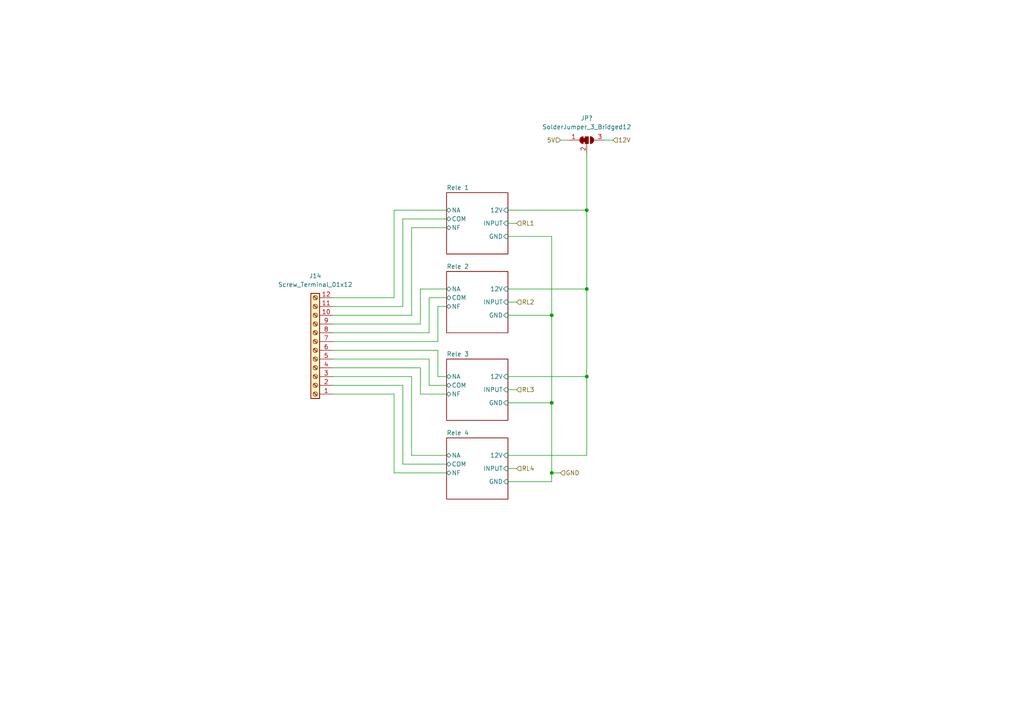
<source format=kicad_sch>
(kicad_sch (version 20250114) (generator "eeschema") (generator_version "9.0")
  (paper "A4")
  (lib_symbols
    (symbol "Connector:Screw_Terminal_01x12" (pin_names (offset 1.016) (hide yes))
      (property "Reference" "J" (at 0 15.24 0))
      (property "Value" "Screw_Terminal_01x12" (at 0 -17.78 0))
      (symbol "Screw_Terminal_01x12_1_1"
        (rectangle (start -1.27 13.97) (end 1.27 -16.51) (stroke (width 0.254)) (fill (type background)))
        (polyline (pts (xy -0.5334 13.0302) (xy 0.3302 12.192)) (stroke (width 0.1524)))
        (polyline (pts (xy -0.5334 10.4902) (xy 0.3302 9.652)) (stroke (width 0.1524)))
        (polyline (pts (xy -0.5334 7.9502) (xy 0.3302 7.112)) (stroke (width 0.1524)))
        (polyline (pts (xy -0.5334 5.4102) (xy 0.3302 4.572)) (stroke (width 0.1524)))
        (polyline (pts (xy -0.5334 2.8702) (xy 0.3302 2.032)) (stroke (width 0.1524)))
        (polyline (pts (xy -0.5334 0.3302) (xy 0.3302 -0.508)) (stroke (width 0.1524)))
        (polyline (pts (xy -0.5334 -2.2098) (xy 0.3302 -3.048)) (stroke (width 0.1524)))
        (polyline (pts (xy -0.5334 -4.7498) (xy 0.3302 -5.588)) (stroke (width 0.1524)))
        (polyline (pts (xy -0.5334 -7.2898) (xy 0.3302 -8.128)) (stroke (width 0.1524)))
        (polyline (pts (xy -0.5334 -9.8298) (xy 0.3302 -10.668)) (stroke (width 0.1524)))
        (polyline (pts (xy -0.5334 -12.3698) (xy 0.3302 -13.208)) (stroke (width 0.1524)))
        (polyline (pts (xy -0.5334 -14.9098) (xy 0.3302 -15.748)) (stroke (width 0.1524)))
        (polyline (pts (xy -0.3556 13.208) (xy 0.508 12.3698)) (stroke (width 0.1524)))
        (polyline (pts (xy -0.3556 10.668) (xy 0.508 9.8298)) (stroke (width 0.1524)))
        (polyline (pts (xy -0.3556 8.128) (xy 0.508 7.2898)) (stroke (width 0.1524)))
        (polyline (pts (xy -0.3556 5.588) (xy 0.508 4.7498)) (stroke (width 0.1524)))
        (polyline (pts (xy -0.3556 3.048) (xy 0.508 2.2098)) (stroke (width 0.1524)))
        (polyline (pts (xy -0.3556 0.508) (xy 0.508 -0.3302)) (stroke (width 0.1524)))
        (polyline (pts (xy -0.3556 -2.032) (xy 0.508 -2.8702)) (stroke (width 0.1524)))
        (polyline (pts (xy -0.3556 -4.572) (xy 0.508 -5.4102)) (stroke (width 0.1524)))
        (polyline (pts (xy -0.3556 -7.112) (xy 0.508 -7.9502)) (stroke (width 0.1524)))
        (polyline (pts (xy -0.3556 -9.652) (xy 0.508 -10.4902)) (stroke (width 0.1524)))
        (polyline (pts (xy -0.3556 -12.192) (xy 0.508 -13.0302)) (stroke (width 0.1524)))
        (polyline (pts (xy -0.3556 -14.732) (xy 0.508 -15.5702)) (stroke (width 0.1524)))
        (circle (center 0 12.7) (radius 0.635) (stroke (width 0.1524)))
        (circle (center 0 10.16) (radius 0.635) (stroke (width 0.1524)))
        (circle (center 0 7.62) (radius 0.635) (stroke (width 0.1524)))
        (circle (center 0 5.08) (radius 0.635) (stroke (width 0.1524)))
        (circle (center 0 2.54) (radius 0.635) (stroke (width 0.1524)))
        (circle (center 0 0) (radius 0.635) (stroke (width 0.1524)))
        (circle (center 0 -2.54) (radius 0.635) (stroke (width 0.1524)))
        (circle (center 0 -5.08) (radius 0.635) (stroke (width 0.1524)))
        (circle (center 0 -7.62) (radius 0.635) (stroke (width 0.1524)))
        (circle (center 0 -10.16) (radius 0.635) (stroke (width 0.1524)))
        (circle (center 0 -12.7) (radius 0.635) (stroke (width 0.1524)))
        (circle (center 0 -15.24) (radius 0.635) (stroke (width 0.1524)))
        (pin passive line (at -5.08 12.7 0) (length 3.81) (name "Pin_1") (number "1"))
        (pin passive line (at -5.08 10.16 0) (length 3.81) (name "Pin_2") (number "2"))
        (pin passive line (at -5.08 7.62 0) (length 3.81) (name "Pin_3") (number "3"))
        (pin passive line (at -5.08 5.08 0) (length 3.81) (name "Pin_4") (number "4"))
        (pin passive line (at -5.08 2.54 0) (length 3.81) (name "Pin_5") (number "5"))
        (pin passive line (at -5.08 0 0) (length 3.81) (name "Pin_6") (number "6"))
        (pin passive line (at -5.08 -2.54 0) (length 3.81) (name "Pin_7") (number "7"))
        (pin passive line (at -5.08 -5.08 0) (length 3.81) (name "Pin_8") (number "8"))
        (pin passive line (at -5.08 -7.62 0) (length 3.81) (name "Pin_9") (number "9"))
        (pin passive line (at -5.08 -10.16 0) (length 3.81) (name "Pin_10") (number "10"))
        (pin passive line (at -5.08 -12.7 0) (length 3.81) (name "Pin_11") (number "11"))
        (pin passive line (at -5.08 -15.24 0) (length 3.81) (name "Pin_12") (number "12"))
      )
    )
    (symbol "Jumper:SolderJumper_3_Bridged12" (pin_names (offset 0) (hide yes)) (in_bom no)
      (property "Reference" "JP" (at -2.54 -2.54 0))
      (property "Value" "SolderJumper_3_Bridged12" (at 0 2.794 0))
      (symbol "SolderJumper_3_Bridged12_0_1"
        (polyline (pts (xy -2.54 0) (xy -2.032 0)))
        (polyline (pts (xy -1.016 1.016) (xy -1.016 -1.016)))
        (rectangle (start -1.016 0.508) (end -0.508 -0.508) (fill (type outline)))
        (arc (start -1.016 -1.016) (mid -2.0276 0) (end -1.016 1.016))
        (arc (start -1.016 -1.016) (mid -2.0276 0) (end -1.016 1.016) (fill (type outline)))
        (rectangle (start -0.508 1.016) (end 0.508 -1.016) (fill (type outline)))
        (polyline (pts (xy 0 -1.27) (xy 0 -1.016)))
        (arc (start 1.016 1.016) (mid 2.0276 0) (end 1.016 -1.016))
        (arc (start 1.016 1.016) (mid 2.0276 0) (end 1.016 -1.016) (fill (type outline)))
        (polyline (pts (xy 1.016 1.016) (xy 1.016 -1.016)))
        (polyline (pts (xy 2.54 0) (xy 2.032 0)))
      )
      (symbol "SolderJumper_3_Bridged12_1_1"
        (pin passive line (at -5.08 0 0) (length 2.54) (name "A") (number "1"))
        (pin passive line (at 0 -3.81 90) (length 2.54) (name "C") (number "2"))
        (pin passive line (at 5.08 0 180) (length 2.54) (name "B") (number "3"))
      )
    )
  )
  (junction (at 160.02 116.84))
  (junction (at 170.18 60.96))
  (junction (at 170.18 83.82))
  (junction (at 160.02 137.16))
  (junction (at 160.02 91.44))
  (junction (at 170.18 109.22))
  (wire (pts (xy 121.92 93.98) (xy 121.92 83.82)))
  (wire (pts (xy 177.8 40.64) (xy 175.26 40.64)))
  (wire (pts (xy 160.02 68.58) (xy 160.02 91.44)))
  (wire (pts (xy 129.54 134.62) (xy 116.84 134.62)))
  (wire (pts (xy 121.92 114.3) (xy 121.92 106.68)))
  (wire (pts (xy 96.52 99.06) (xy 127 99.06)))
  (wire (pts (xy 129.54 111.76) (xy 124.46 111.76)))
  (wire (pts (xy 116.84 111.76) (xy 96.52 111.76)))
  (wire (pts (xy 129.54 86.36) (xy 124.46 86.36)))
  (wire (pts (xy 160.02 91.44) (xy 160.02 116.84)))
  (wire (pts (xy 127 101.6) (xy 96.52 101.6)))
  (wire (pts (xy 116.84 63.5) (xy 116.84 88.9)))
  (wire (pts (xy 170.18 83.82) (xy 170.18 109.22)))
  (wire (pts (xy 147.32 113.03) (xy 149.86 113.03)))
  (wire (pts (xy 124.46 96.52) (xy 124.46 86.36)))
  (wire (pts (xy 129.54 137.16) (xy 114.3 137.16)))
  (wire (pts (xy 162.56 40.64) (xy 165.1 40.64)))
  (wire (pts (xy 114.3 137.16) (xy 114.3 114.3)))
  (wire (pts (xy 160.02 116.84) (xy 160.02 137.16)))
  (wire (pts (xy 121.92 93.98) (xy 96.52 93.98)))
  (wire (pts (xy 129.54 109.22) (xy 127 109.22)))
  (wire (pts (xy 147.32 83.82) (xy 170.18 83.82)))
  (wire (pts (xy 147.32 135.89) (xy 149.86 135.89)))
  (wire (pts (xy 160.02 139.7) (xy 160.02 137.16)))
  (wire (pts (xy 129.54 83.82) (xy 121.92 83.82)))
  (wire (pts (xy 119.38 109.22) (xy 96.52 109.22)))
  (wire (pts (xy 96.52 104.14) (xy 124.46 104.14)))
  (wire (pts (xy 127 109.22) (xy 127 101.6)))
  (wire (pts (xy 127 99.06) (xy 127 88.9)))
  (wire (pts (xy 129.54 114.3) (xy 121.92 114.3)))
  (wire (pts (xy 147.32 132.08) (xy 170.18 132.08)))
  (wire (pts (xy 124.46 96.52) (xy 96.52 96.52)))
  (wire (pts (xy 147.32 116.84) (xy 160.02 116.84)))
  (wire (pts (xy 160.02 137.16) (xy 162.56 137.16)))
  (wire (pts (xy 129.54 63.5) (xy 116.84 63.5)))
  (wire (pts (xy 121.92 106.68) (xy 96.52 106.68)))
  (wire (pts (xy 147.32 91.44) (xy 160.02 91.44)))
  (wire (pts (xy 170.18 60.96) (xy 170.18 83.82)))
  (wire (pts (xy 147.32 87.63) (xy 149.86 87.63)))
  (wire (pts (xy 170.18 109.22) (xy 170.18 132.08)))
  (wire (pts (xy 129.54 60.96) (xy 114.3 60.96)))
  (wire (pts (xy 124.46 111.76) (xy 124.46 104.14)))
  (wire (pts (xy 147.32 64.77) (xy 149.86 64.77)))
  (wire (pts (xy 147.32 109.22) (xy 170.18 109.22)))
  (wire (pts (xy 147.32 60.96) (xy 170.18 60.96)))
  (wire (pts (xy 119.38 66.04) (xy 119.38 91.44)))
  (wire (pts (xy 114.3 86.36) (xy 96.52 86.36)))
  (wire (pts (xy 116.84 134.62) (xy 116.84 111.76)))
  (wire (pts (xy 170.18 44.45) (xy 170.18 60.96)))
  (wire (pts (xy 114.3 114.3) (xy 96.52 114.3)))
  (wire (pts (xy 114.3 60.96) (xy 114.3 86.36)))
  (wire (pts (xy 119.38 132.08) (xy 119.38 109.22)))
  (wire (pts (xy 147.32 139.7) (xy 160.02 139.7)))
  (wire (pts (xy 129.54 88.9) (xy 127 88.9)))
  (wire (pts (xy 129.54 132.08) (xy 119.38 132.08)))
  (wire (pts (xy 119.38 91.44) (xy 96.52 91.44)))
  (wire (pts (xy 147.32 68.58) (xy 160.02 68.58)))
  (wire (pts (xy 116.84 88.9) (xy 96.52 88.9)))
  (wire (pts (xy 129.54 66.04) (xy 119.38 66.04)))
  (hierarchical_label "5V" (shape input) (at 162.56 40.64 180))
  (hierarchical_label "RL4" (shape input) (at 149.86 135.89 0))
  (hierarchical_label "RL2" (shape input) (at 149.86 87.63 0))
  (hierarchical_label "RL1" (shape input) (at 149.86 64.77 0))
  (hierarchical_label "RL3" (shape input) (at 149.86 113.03 0))
  (hierarchical_label "12V" (shape input) (at 177.8 40.64 0))
  (hierarchical_label "GND" (shape input) (at 162.56 137.16 0))
  (symbol (lib_id "Jumper:SolderJumper_3_Bridged12") (at 170.18 40.64 0) (unit 1) (in_bom no)
    (property "Reference" "JP?" (at 170.18 34.29 0))
    (property "Value" "SolderJumper_3_Bridged12" (at 170.18 36.83 0))
    (property "Footprint" "Jumper:SolderJumper-3_P1.3mm_Bridged12_RoundedPad1.0x1.5mm" (effects (hide yes)))
    (property "Description" "3-pole Solder Jumper, pins 1+2 closed/bridged" (effects (hide yes)))
  )
  (symbol (lib_id "Connector:Screw_Terminal_01x12") (at 91.44 101.6 180) (unit 1)
    (property "Reference" "J14" (at 91.44 80.01 0))
    (property "Value" "Screw_Terminal_01x12" (at 91.44 82.55 0))
    (property "Footprint" "TerminalBlock_RND:TerminalBlock_RND_205-00297_1x12_P5.08mm_Horizontal" (effects (hide yes)))
    (property "Description" "Generic screw terminal, single row, 01x12, script generated (kicad-library-utils/schlib/autogen/connector/)" (effects (hide yes)))
  )
  (sheet (at 129.54 127) (size 17.78 17.78) (stroke (width 0.1524))
    (property "Sheetname" "Rele 4" (at 129.54 126.2884 0) (effects (justify left bottom)))
    (property "Sheetfile" "/opt/repository/boards/modulorele/modulorele.kicad_sch" (effects (hide yes)))
    (pin "12V" input (at 147.32 132.08 0))
    (pin "COM" bidirectional (at 129.54 134.62 180))
    (pin "GND" input (at 147.32 139.7 0))
    (pin "INPUT" input (at 147.32 135.89 0))
    (pin "NA" bidirectional (at 129.54 132.08 180))
    (pin "NF" bidirectional (at 129.54 137.16 180))
  )
  (sheet (at 129.54 104.14) (size 17.78 17.78) (stroke (width 0.1524))
    (property "Sheetname" "Rele 3" (at 129.54 103.4284 0) (effects (justify left bottom)))
    (property "Sheetfile" "/opt/repository/boards/modulorele/modulorele.kicad_sch" (effects (hide yes)))
    (pin "12V" input (at 147.32 109.22 0))
    (pin "COM" bidirectional (at 129.54 111.76 180))
    (pin "GND" input (at 147.32 116.84 0))
    (pin "INPUT" input (at 147.32 113.03 0))
    (pin "NA" bidirectional (at 129.54 109.22 180))
    (pin "NF" bidirectional (at 129.54 114.3 180))
  )
  (sheet (at 129.54 78.74) (size 17.78 17.78) (stroke (width 0.1524))
    (property "Sheetname" "Rele 2" (at 129.54 78.0284 0) (effects (justify left bottom)))
    (property "Sheetfile" "/opt/repository/boards/modulorele/modulorele.kicad_sch" (effects (hide yes)))
    (pin "12V" input (at 147.32 83.82 0))
    (pin "COM" bidirectional (at 129.54 86.36 180))
    (pin "GND" input (at 147.32 91.44 0))
    (pin "INPUT" input (at 147.32 87.63 0))
    (pin "NA" bidirectional (at 129.54 83.82 180))
    (pin "NF" bidirectional (at 129.54 88.9 180))
  )
  (sheet (at 129.54 55.88) (size 17.78 17.78) (stroke (width 0.1524))
    (property "Sheetname" "Rele 1" (at 129.54 55.1684 0) (effects (justify left bottom)))
    (property "Sheetfile" "/opt/repository/boards/modulorele/modulorele.kicad_sch" (effects (hide yes)))
    (pin "12V" input (at 147.32 60.96 0))
    (pin "COM" bidirectional (at 129.54 63.5 180))
    (pin "GND" input (at 147.32 68.58 0))
    (pin "INPUT" input (at 147.32 64.77 0))
    (pin "NA" bidirectional (at 129.54 60.96 180))
    (pin "NF" bidirectional (at 129.54 66.04 180))
  )
)
</source>
